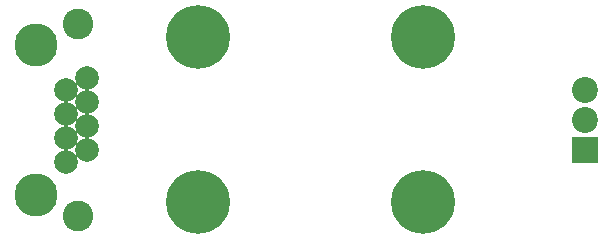
<source format=gbr>
G04 #@! TF.FileFunction,Soldermask,Bot*
%FSLAX46Y46*%
G04 Gerber Fmt 4.6, Leading zero omitted, Abs format (unit mm)*
G04 Created by KiCad (PCBNEW 4.0.7) date 06/27/18 11:03:54*
%MOMM*%
%LPD*%
G01*
G04 APERTURE LIST*
%ADD10C,0.150000*%
%ADD11C,2.600000*%
%ADD12C,3.650000*%
%ADD13C,2.000000*%
%ADD14R,2.200000X2.200000*%
%ADD15C,2.200000*%
%ADD16C,5.400000*%
G04 APERTURE END LIST*
D10*
D11*
X41272000Y-37590000D03*
X41272000Y-53850000D03*
D12*
X37712000Y-39370000D03*
X37712000Y-52070000D03*
D13*
X40252000Y-45220000D03*
X40252000Y-47250000D03*
X42032000Y-44190000D03*
X42032000Y-46220000D03*
X42032000Y-42160000D03*
X40252000Y-43190000D03*
X42032000Y-48250000D03*
X40252000Y-49280000D03*
D14*
X84201000Y-48260000D03*
D15*
X84201000Y-45720000D03*
X84201000Y-43180000D03*
D16*
X51435000Y-38735000D03*
X51435000Y-52705000D03*
X70485000Y-38735000D03*
X70485000Y-52705000D03*
M02*

</source>
